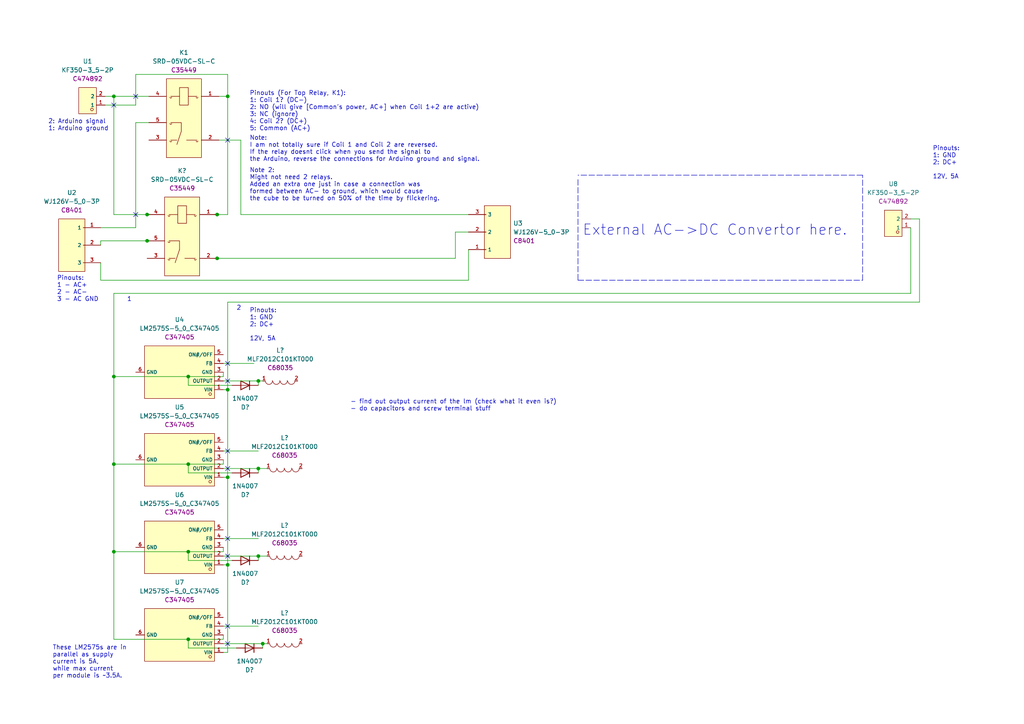
<source format=kicad_sch>
(kicad_sch (version 20211123) (generator eeschema)
  (paper "A4")
  (lib_symbols
    (symbol "Diode:1N4007" (pin_numbers hide) (pin_names (offset 1.016) hide)
      (property "Reference" "D" (at 0 2.54 0))
      (property "Value" "1N4007" (at 0 -2.54 0))
      (symbol "1N4007_0_1"
        (polyline (pts (xy -1.27 1.27) (xy -1.27 -1.27)) (stroke (width 0.254)))
        (polyline (pts (xy 1.27 0) (xy -1.27 0)))
        (polyline (pts (xy 1.27 1.27) (xy 1.27 -1.27) (xy -1.27 0) (xy 1.27 1.27)) (stroke (width 0.254)))
      )
      (symbol "1N4007_1_1"
        (pin passive line (at -3.81 0 0) (length 2.54) (name "K") (number "1"))
        (pin passive line (at 3.81 0 180) (length 2.54) (name "A") (number "2"))
      )
    )
    (symbol "KF350-3.5-2P:KF350-3_5-2P"
      (property "Reference" "U" (at 0 1.27 0))
      (property "Value" "KF350-3_5-2P" (at 0 -2.54 0))
      (property "LCSC" "C474892" (at 0 0 0))
      (symbol "KF350-3_5-2P_0_0"
        (rectangle (start -2.54 -8.89) (end 2.54 -16.51) (fill (type background)))
        (circle (center -1.27 -10.16) (radius 0.381) (fill (type background)))
        (pin unspecified line (at -5.08 -11.43 0) (length 2.54) (name "1") (number "1"))
        (pin unspecified line (at -5.08 -13.97 0) (length 2.54) (name "2") (number "2"))
      )
    )
    (symbol "LM2575S-5.0:LM2575S-5_0_C347405"
      (property "Reference" "U" (at 0 1.27 0))
      (property "Value" "LM2575S-5_0_C347405" (at 0 -2.54 0))
      (property "LCSC" "C347405" (at 0 0 0))
      (symbol "LM2575S-5_0_C347405_0_0"
        (rectangle (start -10.16 -5.08) (end 10.16 -20.32) (fill (type background)))
        (circle (center -8.89 -6.35) (radius 0.381) (fill (type background)))
        (pin unspecified line (at -12.7 -7.62 0) (length 2.54) (name "VIN") (number "1"))
        (pin unspecified line (at -12.7 -10.16 0) (length 2.54) (name "OUTPUT") (number "2"))
        (pin unspecified line (at -12.7 -12.7 0) (length 2.54) (name "GND") (number "3"))
        (pin unspecified line (at -12.7 -15.24 0) (length 2.54) (name "FB") (number "4"))
        (pin unspecified line (at -12.7 -17.78 0) (length 2.54) (name "ON#/OFF") (number "5"))
        (pin unspecified line (at 12.7 -12.7 180) (length 2.54) (name "GND") (number "6"))
      )
    )
    (symbol "MLF2012C101KT000:MLF2012C101KT000" (pin_names hide)
      (property "Reference" "L" (at 0 1.27 0))
      (property "Value" "MLF2012C101KT000" (at 0 -2.54 0))
      (property "LCSC" "C68035" (at 0 0 0))
      (symbol "MLF2012C101KT000_0_0"
        (arc (start -105.8858 63.3989) (mid -104.759 62.5073) (end -103.8674 63.6341))
        (arc (start -103.7318 63.3999) (mid -102.6047 62.5086) (end -101.7135 63.6357))
        (arc (start -101.5804 63.3999) (mid -100.4534 62.5086) (end -99.5622 63.6357))
        (arc (start -99.3872 63.3989) (mid -98.2604 62.5073) (end -97.3688 63.6341))
        (pin unspecified line (at -106.68 63.5 0) (length 0.762) (name "1") (number "1"))
        (pin unspecified line (at -96.52 63.5 180) (length 0.762) (name "2") (number "2"))
      )
    )
    (symbol "SRD-05VDC-SL-C:SRD-05VDC-SL-C" (pin_names hide)
      (property "Reference" "K" (at 0 1.27 0))
      (property "Value" "SRD-05VDC-SL-C" (at 0 -2.54 0))
      (property "LCSC" "C35449" (at 0 0 0))
      (symbol "SRD-05VDC-SL-C_0_0"
        (rectangle (start -98.552 66.04) (end -88.392 43.18) (fill (type background)))
        (arc (start -97.0277 48.514) (mid -97.2817 48.768) (end -97.5357 48.514))
        (arc (start -97.0277 61.214) (mid -97.2817 61.468) (end -97.5357 61.214))
        (arc (start -89.4077 48.514) (mid -89.6617 48.768) (end -89.9157 48.514))
        (arc (start -89.4077 56.134) (mid -89.6617 56.388) (end -89.9157 56.134))
        (arc (start -89.4077 61.214) (mid -89.6617 61.468) (end -89.9157 61.214))
        (polyline (pts (xy -97.282 48.26) (xy -94.742 48.26)))
        (polyline (pts (xy -97.282 60.96) (xy -94.234 60.96)))
        (polyline (pts (xy -92.71 58.42) (xy -91.44 62.23)))
        (polyline (pts (xy -92.202 48.26) (xy -89.662 48.26)))
        (polyline (pts (xy -89.662 60.96) (xy -91.44 60.96)))
        (polyline (pts (xy -89.662 55.88) (xy -92.71 55.88) (xy -92.71 58.42)))
        (polyline (pts (xy -92.202 45.72) (xy -94.742 45.72) (xy -94.742 50.8) (xy -92.202 50.8) (xy -92.202 45.72)))
        (pin input line (at -103.632 48.26 0) (length 5.08) (name "1") (number "1"))
        (pin input line (at -103.632 60.96 0) (length 5.08) (name "2") (number "2"))
        (pin input line (at -83.312 60.96 180) (length 5.08) (name "3") (number "3"))
        (pin input line (at -83.312 48.26 180) (length 5.08) (name "4") (number "4"))
        (pin input line (at -83.312 55.88 180) (length 5.08) (name "5") (number "5"))
      )
    )
    (symbol "WJ126V-5.0-3P:WJ126V-5_0-3P"
      (property "Reference" "U" (at 0 1.27 0))
      (property "Value" "WJ126V-5_0-3P" (at 0 -2.54 0))
      (property "LCSC" "C8401" (at 0 0 0))
      (symbol "WJ126V-5_0-3P_0_0"
        (rectangle (start -104.14 63.5) (end -96.52 48.26) (fill (type background)))
        (pin input line (at -91.948 60.96 180) (length 5.08) (name "1") (number "1"))
        (pin input line (at -91.948 55.88 180) (length 5.08) (name "2") (number "2"))
        (pin input line (at -91.948 50.8 180) (length 5.08) (name "3") (number "3"))
      )
    )
  )
  (junction (at 66.04 27.94))
  (junction (at 66.04 113.03))
  (junction (at 33.02 160.02))
  (junction (at 54.61 109.22))
  (junction (at 74.93 110.49))
  (junction (at 62.992 62.23))
  (junction (at 54.61 185.42))
  (junction (at 76.2 186.69))
  (junction (at 74.93 135.89))
  (junction (at 62.992 74.93))
  (junction (at 54.61 134.62))
  (junction (at 33.02 134.62))
  (junction (at 66.04 138.43))
  (junction (at 42.672 69.85))
  (junction (at 42.672 62.23))
  (junction (at 66.04 163.83))
  (junction (at 54.61 160.02))
  (junction (at 33.02 27.94))
  (junction (at 33.02 109.22))
  (junction (at 74.93 161.29))
  (no_connect (at 66.04 130.81))
  (no_connect (at 66.04 135.89))
  (no_connect (at 66.04 105.41))
  (no_connect (at 66.04 110.49))
  (no_connect (at 66.04 156.21))
  (no_connect (at 66.04 161.29))
  (no_connect (at 66.04 186.69))
  (no_connect (at 66.04 181.61))
  (no_connect (at 39.37 27.94))
  (no_connect (at 33.02 30.48))
  (no_connect (at 39.37 62.23))
  (no_connect (at 66.04 40.64))
  (wire (pts (xy 66.04 87.63) (xy 266.7 87.63)))
  (wire (pts (xy 29.21 66.04) (xy 39.37 66.04)))
  (wire (pts (xy 33.02 134.62) (xy 33.02 160.02)))
  (wire (pts (xy 42.672 62.23) (xy 33.02 62.23)))
  (wire (pts (xy 43.18 62.23) (xy 42.672 62.23)))
  (wire (pts (xy 54.61 109.22) (xy 64.77 109.22)))
  (wire (pts (xy 64.77 135.89) (xy 74.93 135.89)))
  (wire (pts (xy 54.61 162.56) (xy 54.61 160.02)))
  (wire (pts (xy 64.77 181.61) (xy 74.93 181.61)))
  (wire (pts (xy 33.02 160.02) (xy 33.02 185.42)))
  (wire (pts (xy 30.48 27.94) (xy 33.02 27.94)))
  (wire (pts (xy 64.77 107.95) (xy 64.77 109.22)))
  (wire (pts (xy 132.08 74.93) (xy 132.08 67.31)))
  (wire (pts (xy 29.21 76.2) (xy 29.21 81.28)))
  (wire (pts (xy 64.77 184.15) (xy 64.77 185.42)))
  (wire (pts (xy 33.02 85.09) (xy 33.02 109.22)))
  (wire (pts (xy 68.58 187.96) (xy 54.61 187.96)))
  (wire (pts (xy 74.93 161.29) (xy 74.93 162.56)))
  (wire (pts (xy 42.672 69.85) (xy 29.21 69.85)))
  (wire (pts (xy 43.18 69.85) (xy 42.672 69.85)))
  (wire (pts (xy 74.93 135.89) (xy 77.47 135.89)))
  (wire (pts (xy 74.93 135.89) (xy 74.93 137.16)))
  (wire (pts (xy 69.85 40.64) (xy 69.85 62.23)))
  (wire (pts (xy 39.37 35.56) (xy 43.18 35.56)))
  (wire (pts (xy 29.21 81.28) (xy 135.89 81.28)))
  (wire (pts (xy 66.04 163.83) (xy 66.04 189.23)))
  (wire (pts (xy 39.37 30.48) (xy 39.37 21.59)))
  (polyline (pts (xy 250.19 50.8) (xy 167.64 50.8)))
  (wire (pts (xy 54.61 187.96) (xy 54.61 185.42)))
  (wire (pts (xy 63.5 27.94) (xy 66.04 27.94)))
  (wire (pts (xy 64.77 110.49) (xy 74.93 110.49)))
  (wire (pts (xy 76.2 186.69) (xy 77.47 186.69)))
  (wire (pts (xy 266.7 63.5) (xy 266.7 87.63)))
  (wire (pts (xy 29.21 69.85) (xy 29.21 71.12)))
  (wire (pts (xy 74.93 110.49) (xy 76.2 110.49)))
  (wire (pts (xy 33.02 85.09) (xy 264.16 85.09)))
  (wire (pts (xy 54.61 111.76) (xy 54.61 109.22)))
  (polyline (pts (xy 167.64 81.28) (xy 250.19 81.28)))
  (polyline (pts (xy 250.19 81.28) (xy 250.19 50.8)))
  (wire (pts (xy 39.37 66.04) (xy 39.37 35.56)))
  (wire (pts (xy 33.02 109.22) (xy 54.61 109.22)))
  (wire (pts (xy 54.61 160.02) (xy 33.02 160.02)))
  (wire (pts (xy 66.04 113.03) (xy 66.04 138.43)))
  (wire (pts (xy 64.77 158.75) (xy 64.77 160.02)))
  (wire (pts (xy 64.77 138.43) (xy 66.04 138.43)))
  (wire (pts (xy 64.77 160.02) (xy 54.61 160.02)))
  (wire (pts (xy 67.31 111.76) (xy 54.61 111.76)))
  (wire (pts (xy 64.77 113.03) (xy 66.04 113.03)))
  (wire (pts (xy 66.04 21.59) (xy 66.04 27.94)))
  (wire (pts (xy 30.48 30.48) (xy 39.37 30.48)))
  (wire (pts (xy 67.31 162.56) (xy 54.61 162.56)))
  (wire (pts (xy 66.04 189.23) (xy 64.77 189.23)))
  (wire (pts (xy 64.77 156.21) (xy 74.93 156.21)))
  (wire (pts (xy 54.61 185.42) (xy 33.02 185.42)))
  (wire (pts (xy 33.02 27.94) (xy 43.18 27.94)))
  (wire (pts (xy 135.89 81.28) (xy 135.89 72.39)))
  (wire (pts (xy 74.93 161.29) (xy 77.47 161.29)))
  (wire (pts (xy 64.77 186.69) (xy 76.2 186.69)))
  (wire (pts (xy 64.77 161.29) (xy 74.93 161.29)))
  (wire (pts (xy 76.2 186.69) (xy 76.2 187.96)))
  (wire (pts (xy 64.77 130.81) (xy 74.93 130.81)))
  (wire (pts (xy 33.02 27.94) (xy 33.02 62.23)))
  (wire (pts (xy 39.37 21.59) (xy 66.04 21.59)))
  (wire (pts (xy 264.16 63.5) (xy 266.7 63.5)))
  (wire (pts (xy 64.77 185.42) (xy 54.61 185.42)))
  (wire (pts (xy 62.992 62.23) (xy 66.04 62.23)))
  (wire (pts (xy 67.31 137.16) (xy 54.61 137.16)))
  (wire (pts (xy 63.5 40.64) (xy 69.85 40.64)))
  (wire (pts (xy 64.77 134.62) (xy 54.61 134.62)))
  (wire (pts (xy 132.08 67.31) (xy 135.89 67.31)))
  (wire (pts (xy 74.93 110.49) (xy 74.93 111.76)))
  (wire (pts (xy 264.16 66.04) (xy 264.16 85.09)))
  (wire (pts (xy 62.992 74.93) (xy 132.08 74.93)))
  (wire (pts (xy 62.23 74.93) (xy 62.992 74.93)))
  (wire (pts (xy 66.04 27.94) (xy 66.04 62.23)))
  (polyline (pts (xy 167.64 52.07) (xy 167.64 81.28)))
  (wire (pts (xy 62.23 62.23) (xy 62.992 62.23)))
  (wire (pts (xy 64.77 105.41) (xy 73.66 105.41)))
  (wire (pts (xy 66.04 87.63) (xy 66.04 113.03)))
  (wire (pts (xy 33.02 109.22) (xy 33.02 134.62)))
  (wire (pts (xy 66.04 138.43) (xy 66.04 163.83)))
  (wire (pts (xy 54.61 137.16) (xy 54.61 134.62)))
  (wire (pts (xy 64.77 163.83) (xy 66.04 163.83)))
  (wire (pts (xy 69.85 62.23) (xy 135.89 62.23)))
  (wire (pts (xy 64.77 133.35) (xy 64.77 134.62)))
  (wire (pts (xy 54.61 134.62) (xy 33.02 134.62)))
  (text "External AC->DC Convertor here." (at 168.91 68.58 0) (effects (font (size 3 3)) (justify left bottom)))
  (text "1" (at 36.83 87.63 0) (effects (font (size 1.27 1.27)) (justify left bottom)))
  (text "Pinouts (For Top Relay, K1):\n1: Coil 1? (DC-)\n2: NO (will give [Common's power, AC+] when Coil 1+2 are active)\n3: NC (ignore) \n4: Coil 2? (DC+)\n5: Common (AC+)" (at 72.39 38.1 0) (effects (font (size 1.27 1.27)) (justify left bottom)))
  (text "Pinouts:\n1: GND \n2: DC+\n\n12V, 5A" (at 72.39 99.06 0) (effects (font (size 1.27 1.27)) (justify left bottom)))
  (text "- find out output current of the lm (check what it even is?)\n- do capacitors and screw terminal stuff" (at 101.6 119.38 0) (effects (font (size 1.27 1.27)) (justify left bottom)))
  (text "Note 2:\nMight not need 2 relays.\nAdded an extra one just in case a connection was\nformed between AC- to ground, which would cause\nthe cube to be turned on 50% of the time by flickering." (at 72.39 58.42 0) (effects (font (size 1.27 1.27)) (justify left bottom)))
  (text "Note:\nI am not totally sure if Coil 1 and Coil 2 are reversed.\nIf the relay doesnt click when you send the signal to\nthe Arduino, reverse the connections for Arduino ground and signal." (at 72.39 46.99 0) (effects (font (size 1.27 1.27)) (justify left bottom)))
  (text "2: Arduino signal\n1: Arduino ground" (at 13.97 38.1 0) (effects (font (size 1.27 1.27)) (justify left bottom)))
  (text "2" (at 68.58 90.17 0) (effects (font (size 1.27 1.27)) (justify left bottom)))
  (text "Pinouts:\n1: GND \n2: DC+\n\n12V, 5A" (at 270.51 52.07 0) (effects (font (size 1.27 1.27)) (justify left bottom)))
  (text "These LM2575s are in \nparallel as supply \ncurrent is 5A,\nwhile max current \nper module is ~3.5A." (at 15.24 196.85 0) (effects (font (size 1.27 1.27)) (justify left bottom)))
  (text "Pinouts:\n1 - AC+\n2 - AC-\n3 - AC GND" (at 16.51 87.63 0) (effects (font (size 1.27 1.27)) (justify left bottom)))
  (symbol (lib_id "KF350-3.5-2P:KF350-3_5-2P") (at 25.4 41.91 180) (unit 1)
    (property "Reference" "U1" (at 25.4 17.78 0))
    (property "Value" "KF350-3_5-2P" (at 25.4 20.32 0))
    (property "Footprint" "footprint:CONN-TH_P3.50_KF350-3.5-2P" (effects hide))
    (property "Datasheet" "https://item.szlcsc.com/481510.html" (effects hide))
    (property "LCSC" "C474892" (at 25.4 22.86 0))
  )
  (symbol (lib_id "LM2575S-5.0:LM2575S-5_0_C347405") (at 52.07 120.65 180) (unit 1)
    (property "Reference" "U4" (at 52.07 92.71 0))
    (property "Value" "LM2575S-5_0_C347405" (at 52.07 95.25 0))
    (property "Footprint" "footprint:TO-263-5_L10.0-W8.4-P1.70-LS15.3-BR" (effects hide))
    (property "Datasheet" "https://atta.szlcsc.com/upload/public/pdf/source/20200911/C347421_FB2DB97E3CE048CBE479794099075423.pdf" (effects hide))
    (property "LCSC" "C347405" (at 52.07 97.79 0))
  )
  (symbol (lib_id "MLF2012C101KT000:MLF2012C101KT000") (at 184.15 250.19 0) (unit 1)
    (property "Reference" "L?" (at 82.55 177.8 0))
    (property "Value" "MLF2012C101KT000" (at 82.55 180.34 0))
    (property "Footprint" "footprint:L0805" (effects hide))
    (property "Datasheet" "https://item.szlcsc.com/344132.html" (effects hide))
    (property "LCSC" "C68035" (at 82.55 182.88 0))
  )
  (symbol (lib_id "LM2575S-5.0:LM2575S-5_0_C347405") (at 52.07 196.85 180) (unit 1)
    (property "Reference" "U7" (at 52.07 168.91 0))
    (property "Value" "LM2575S-5_0_C347405" (at 52.07 171.45 0))
    (property "Footprint" "footprint:TO-263-5_L10.0-W8.4-P1.70-LS15.3-BR" (effects hide))
    (property "Datasheet" "https://atta.szlcsc.com/upload/public/pdf/source/20200911/C347421_FB2DB97E3CE048CBE479794099075423.pdf" (effects hide))
    (property "LCSC" "C347405" (at 52.07 173.99 0))
  )
  (symbol (lib_id "Diode:1N4007") (at 71.12 162.56 180) (unit 1)
    (property "Reference" "D?" (at 71.12 168.91 0))
    (property "Value" "1N4007" (at 71.12 166.37 0))
    (property "Footprint" "Diode_THT:D_DO-41_SOD81_P10.16mm_Horizontal" (effects hide))
    (property "Datasheet" "http://www.vishay.com/docs/88503/1n4001.pdf" (effects hide))
  )
  (symbol (lib_id "Diode:1N4007") (at 71.12 111.76 180) (unit 1)
    (property "Reference" "D?" (at 71.12 118.11 0))
    (property "Value" "1N4007" (at 71.12 115.57 0))
    (property "Footprint" "Diode_THT:D_DO-41_SOD81_P10.16mm_Horizontal" (effects hide))
    (property "Datasheet" "http://www.vishay.com/docs/88503/1n4001.pdf" (effects hide))
  )
  (symbol (lib_id "SRD-05VDC-SL-C:SRD-05VDC-SL-C") (at -40.132 -20.32 180) (unit 1)
    (property "Reference" "K1" (at 53.34 15.24 0))
    (property "Value" "SRD-05VDC-SL-C" (at 53.34 17.78 0))
    (property "Footprint" "footprint:RELAY-TH_SRD-XXVDC-XL-C" (effects hide))
    (property "Datasheet" "https://item.szlcsc.com/31188.html" (effects hide))
    (property "LCSC" "C35449" (at 53.34 20.32 0))
  )
  (symbol (lib_id "MLF2012C101KT000:MLF2012C101KT000") (at 182.88 173.99 0) (unit 1)
    (property "Reference" "L?" (at 81.28 101.6 0))
    (property "Value" "MLF2012C101KT000" (at 81.28 104.14 0))
    (property "Footprint" "footprint:L0805" (effects hide))
    (property "Datasheet" "https://item.szlcsc.com/344132.html" (effects hide))
    (property "LCSC" "C68035" (at 81.28 106.68 0))
  )
  (symbol (lib_id "SRD-05VDC-SL-C:SRD-05VDC-SL-C") (at -40.64 13.97 180) (unit 1)
    (property "Reference" "K?" (at 52.832 49.53 0))
    (property "Value" "SRD-05VDC-SL-C" (at 52.832 52.07 0))
    (property "Footprint" "footprint:RELAY-TH_SRD-XXVDC-XL-C" (effects hide))
    (property "Datasheet" "https://item.szlcsc.com/31188.html" (effects hide))
    (property "LCSC" "C35449" (at 52.832 54.61 0))
  )
  (symbol (lib_id "MLF2012C101KT000:MLF2012C101KT000") (at 184.15 224.79 0) (unit 1)
    (property "Reference" "L?" (at 82.55 152.4 0))
    (property "Value" "MLF2012C101KT000" (at 82.55 154.94 0))
    (property "Footprint" "footprint:L0805" (effects hide))
    (property "Datasheet" "https://item.szlcsc.com/344132.html" (effects hide))
    (property "LCSC" "C68035" (at 82.55 157.48 0))
  )
  (symbol (lib_id "Diode:1N4007") (at 72.39 187.96 180) (unit 1)
    (property "Reference" "D?" (at 72.39 194.31 0))
    (property "Value" "1N4007" (at 72.39 191.77 0))
    (property "Footprint" "Diode_THT:D_DO-41_SOD81_P10.16mm_Horizontal" (effects hide))
    (property "Datasheet" "http://www.vishay.com/docs/88503/1n4001.pdf" (effects hide))
  )
  (symbol (lib_id "Diode:1N4007") (at 71.12 137.16 180) (unit 1)
    (property "Reference" "D?" (at 71.12 143.51 0))
    (property "Value" "1N4007" (at 71.12 140.97 0))
    (property "Footprint" "Diode_THT:D_DO-41_SOD81_P10.16mm_Horizontal" (effects hide))
    (property "Datasheet" "http://www.vishay.com/docs/88503/1n4001.pdf" (effects hide))
  )
  (symbol (lib_id "LM2575S-5.0:LM2575S-5_0_C347405") (at 52.07 146.05 180) (unit 1)
    (property "Reference" "U5" (at 52.07 118.11 0))
    (property "Value" "LM2575S-5_0_C347405" (at 52.07 120.65 0))
    (property "Footprint" "footprint:TO-263-5_L10.0-W8.4-P1.70-LS15.3-BR" (effects hide))
    (property "Datasheet" "https://atta.szlcsc.com/upload/public/pdf/source/20200911/C347421_FB2DB97E3CE048CBE479794099075423.pdf" (effects hide))
    (property "LCSC" "C347405" (at 52.07 123.19 0))
  )
  (symbol (lib_id "WJ126V-5.0-3P:WJ126V-5_0-3P") (at 121.158 127 0) (unit 1)
    (property "Reference" "U2" (at 20.828 55.88 0))
    (property "Value" "WJ126V-5_0-3P" (at 20.828 58.42 0))
    (property "Footprint" "footprint:CONN-TH_3P-P5.00_WJ126V-5.0-3P" (effects hide))
    (property "Datasheet" "https://lcsc.com/product-detail/Pluggable-System-Terminal-Block_Ningbo-Kangnex-Elec-WJ126V-5-0-3P_C8401.html" (effects hide))
    (property "LCSC" "C8401" (at 20.828 60.96 0))
  )
  (symbol (lib_id "MLF2012C101KT000:MLF2012C101KT000") (at 184.15 199.39 0) (unit 1)
    (property "Reference" "L?" (at 82.55 127 0))
    (property "Value" "MLF2012C101KT000" (at 82.55 129.54 0))
    (property "Footprint" "footprint:L0805" (effects hide))
    (property "Datasheet" "https://item.szlcsc.com/344132.html" (effects hide))
    (property "LCSC" "C68035" (at 82.55 132.08 0))
  )
  (symbol (lib_id "LM2575S-5.0:LM2575S-5_0_C347405") (at 52.07 171.45 180) (unit 1)
    (property "Reference" "U6" (at 52.07 143.51 0))
    (property "Value" "LM2575S-5_0_C347405" (at 52.07 146.05 0))
    (property "Footprint" "footprint:TO-263-5_L10.0-W8.4-P1.70-LS15.3-BR" (effects hide))
    (property "Datasheet" "https://atta.szlcsc.com/upload/public/pdf/source/20200911/C347421_FB2DB97E3CE048CBE479794099075423.pdf" (effects hide))
    (property "LCSC" "C347405" (at 52.07 148.59 0))
  )
  (symbol (lib_id "WJ126V-5.0-3P:WJ126V-5_0-3P") (at 43.942 11.43 180) (unit 1)
    (property "Reference" "U3" (at 148.844 64.7699 0) (effects (justify right)))
    (property "Value" "WJ126V-5_0-3P" (at 148.844 67.3099 0) (effects (justify right)))
    (property "Footprint" "footprint:CONN-TH_3P-P5.00_WJ126V-5.0-3P" (effects hide))
    (property "Datasheet" "https://lcsc.com/product-detail/Pluggable-System-Terminal-Block_Ningbo-Kangnex-Elec-WJ126V-5-0-3P_C8401.html" (effects hide))
    (property "LCSC" "C8401" (at 148.844 69.8499 0) (effects (justify right)))
  )
  (symbol (lib_id "KF350-3.5-2P:KF350-3_5-2P") (at 259.08 77.47 180) (unit 1)
    (property "Reference" "U8" (at 259.08 53.34 0))
    (property "Value" "KF350-3_5-2P" (at 259.08 55.88 0))
    (property "Footprint" "footprint:CONN-TH_P3.50_KF350-3.5-2P" (effects hide))
    (property "Datasheet" "https://item.szlcsc.com/481510.html" (effects hide))
    (property "LCSC" "C474892" (at 259.08 58.42 0))
  )
)
</source>
